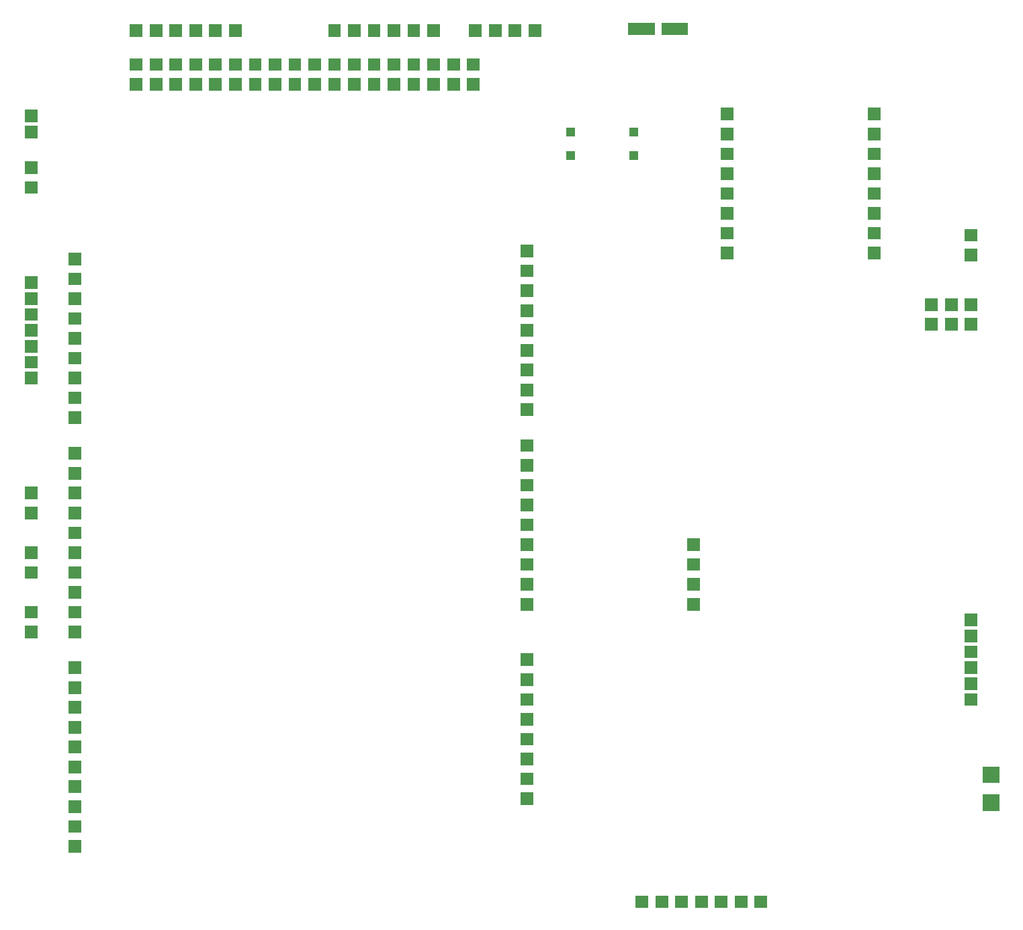
<source format=gbr>
%TF.GenerationSoftware,KiCad,Pcbnew,9.0.1*%
%TF.CreationDate,2025-06-05T21:30:58-04:00*%
%TF.ProjectId,TetrisBoard-FULL,54657472-6973-4426-9f61-72642d46554c,rev?*%
%TF.SameCoordinates,Original*%
%TF.FileFunction,Soldermask,Top*%
%TF.FilePolarity,Negative*%
%FSLAX46Y46*%
G04 Gerber Fmt 4.6, Leading zero omitted, Abs format (unit mm)*
G04 Created by KiCad (PCBNEW 9.0.1) date 2025-06-05 21:30:58*
%MOMM*%
%LPD*%
G01*
G04 APERTURE LIST*
%ADD10C,0.100000*%
G04 APERTURE END LIST*
D10*
X159000000Y-40250000D02*
X160500000Y-40250000D01*
X160500000Y-41750000D01*
X159000000Y-41750000D01*
X159000000Y-40250000D01*
G36*
X159000000Y-40250000D02*
G01*
X160500000Y-40250000D01*
X160500000Y-41750000D01*
X159000000Y-41750000D01*
X159000000Y-40250000D01*
G37*
X193500000Y-49000000D02*
X195000000Y-49000000D01*
X195000000Y-50500000D01*
X193500000Y-50500000D01*
X193500000Y-49000000D01*
G36*
X193500000Y-49000000D02*
G01*
X195000000Y-49000000D01*
X195000000Y-50500000D01*
X193500000Y-50500000D01*
X193500000Y-49000000D01*
G37*
X111250000Y-138750000D02*
X112750000Y-138750000D01*
X112750000Y-140250000D01*
X111250000Y-140250000D01*
X111250000Y-138750000D01*
G36*
X111250000Y-138750000D02*
G01*
X112750000Y-138750000D01*
X112750000Y-140250000D01*
X111250000Y-140250000D01*
X111250000Y-138750000D01*
G37*
X124000000Y-40250000D02*
X125500000Y-40250000D01*
X125500000Y-41750000D01*
X124000000Y-41750000D01*
X124000000Y-40250000D01*
G36*
X124000000Y-40250000D02*
G01*
X125500000Y-40250000D01*
X125500000Y-41750000D01*
X124000000Y-41750000D01*
X124000000Y-40250000D01*
G37*
X168250000Y-63750000D02*
X169750000Y-63750000D01*
X169750000Y-65250000D01*
X168250000Y-65250000D01*
X168250000Y-63750000D01*
G36*
X168250000Y-63750000D02*
G01*
X169750000Y-63750000D01*
X169750000Y-65250000D01*
X168250000Y-65250000D01*
X168250000Y-63750000D01*
G37*
X105750000Y-94250000D02*
X107250000Y-94250000D01*
X107250000Y-95750000D01*
X105750000Y-95750000D01*
X105750000Y-94250000D01*
G36*
X105750000Y-94250000D02*
G01*
X107250000Y-94250000D01*
X107250000Y-95750000D01*
X105750000Y-95750000D01*
X105750000Y-94250000D01*
G37*
X119000000Y-40250000D02*
X120500000Y-40250000D01*
X120500000Y-41750000D01*
X119000000Y-41750000D01*
X119000000Y-40250000D01*
G36*
X119000000Y-40250000D02*
G01*
X120500000Y-40250000D01*
X120500000Y-41750000D01*
X119000000Y-41750000D01*
X119000000Y-40250000D01*
G37*
X187750000Y-145750000D02*
X189250000Y-145750000D01*
X189250000Y-147250000D01*
X187750000Y-147250000D01*
X187750000Y-145750000D01*
G36*
X187750000Y-145750000D02*
G01*
X189250000Y-145750000D01*
X189250000Y-147250000D01*
X187750000Y-147250000D01*
X187750000Y-145750000D01*
G37*
X168250000Y-127750000D02*
X169750000Y-127750000D01*
X169750000Y-129250000D01*
X168250000Y-129250000D01*
X168250000Y-127750000D01*
G36*
X168250000Y-127750000D02*
G01*
X169750000Y-127750000D01*
X169750000Y-129250000D01*
X168250000Y-129250000D01*
X168250000Y-127750000D01*
G37*
X168250000Y-122750000D02*
X169750000Y-122750000D01*
X169750000Y-124250000D01*
X168250000Y-124250000D01*
X168250000Y-122750000D01*
G36*
X168250000Y-122750000D02*
G01*
X169750000Y-122750000D01*
X169750000Y-124250000D01*
X168250000Y-124250000D01*
X168250000Y-122750000D01*
G37*
X105750000Y-96750000D02*
X107250000Y-96750000D01*
X107250000Y-98250000D01*
X105750000Y-98250000D01*
X105750000Y-96750000D01*
G36*
X105750000Y-96750000D02*
G01*
X107250000Y-96750000D01*
X107250000Y-98250000D01*
X105750000Y-98250000D01*
X105750000Y-96750000D01*
G37*
X136500000Y-40250000D02*
X138000000Y-40250000D01*
X138000000Y-41750000D01*
X136500000Y-41750000D01*
X136500000Y-40250000D01*
G36*
X136500000Y-40250000D02*
G01*
X138000000Y-40250000D01*
X138000000Y-41750000D01*
X136500000Y-41750000D01*
X136500000Y-40250000D01*
G37*
X141500000Y-40250000D02*
X143000000Y-40250000D01*
X143000000Y-41750000D01*
X141500000Y-41750000D01*
X141500000Y-40250000D01*
G36*
X141500000Y-40250000D02*
G01*
X143000000Y-40250000D01*
X143000000Y-41750000D01*
X141500000Y-41750000D01*
X141500000Y-40250000D01*
G37*
X146500000Y-36000000D02*
X148000000Y-36000000D01*
X148000000Y-37500000D01*
X146500000Y-37500000D01*
X146500000Y-36000000D01*
G36*
X146500000Y-36000000D02*
G01*
X148000000Y-36000000D01*
X148000000Y-37500000D01*
X146500000Y-37500000D01*
X146500000Y-36000000D01*
G37*
X212000000Y-64000000D02*
X213500000Y-64000000D01*
X213500000Y-65500000D01*
X212000000Y-65500000D01*
X212000000Y-64000000D01*
G36*
X212000000Y-64000000D02*
G01*
X213500000Y-64000000D01*
X213500000Y-65500000D01*
X212000000Y-65500000D01*
X212000000Y-64000000D01*
G37*
X105750000Y-55750000D02*
X107250000Y-55750000D01*
X107250000Y-57250000D01*
X105750000Y-57250000D01*
X105750000Y-55750000D01*
G36*
X105750000Y-55750000D02*
G01*
X107250000Y-55750000D01*
X107250000Y-57250000D01*
X105750000Y-57250000D01*
X105750000Y-55750000D01*
G37*
X224250000Y-118250000D02*
X225750000Y-118250000D01*
X225750000Y-119750000D01*
X224250000Y-119750000D01*
X224250000Y-118250000D01*
G36*
X224250000Y-118250000D02*
G01*
X225750000Y-118250000D01*
X225750000Y-119750000D01*
X224250000Y-119750000D01*
X224250000Y-118250000D01*
G37*
X189250000Y-105750000D02*
X190750000Y-105750000D01*
X190750000Y-107250000D01*
X189250000Y-107250000D01*
X189250000Y-105750000D01*
G36*
X189250000Y-105750000D02*
G01*
X190750000Y-105750000D01*
X190750000Y-107250000D01*
X189250000Y-107250000D01*
X189250000Y-105750000D01*
G37*
X168250000Y-120250000D02*
X169750000Y-120250000D01*
X169750000Y-121750000D01*
X168250000Y-121750000D01*
X168250000Y-120250000D01*
G36*
X168250000Y-120250000D02*
G01*
X169750000Y-120250000D01*
X169750000Y-121750000D01*
X168250000Y-121750000D01*
X168250000Y-120250000D01*
G37*
X111250000Y-69750000D02*
X112750000Y-69750000D01*
X112750000Y-71250000D01*
X111250000Y-71250000D01*
X111250000Y-69750000D01*
G36*
X111250000Y-69750000D02*
G01*
X112750000Y-69750000D01*
X112750000Y-71250000D01*
X111250000Y-71250000D01*
X111250000Y-69750000D01*
G37*
X111250000Y-77250000D02*
X112750000Y-77250000D01*
X112750000Y-78750000D01*
X111250000Y-78750000D01*
X111250000Y-77250000D01*
G36*
X111250000Y-77250000D02*
G01*
X112750000Y-77250000D01*
X112750000Y-78750000D01*
X111250000Y-78750000D01*
X111250000Y-77250000D01*
G37*
X111250000Y-106750000D02*
X112750000Y-106750000D01*
X112750000Y-108250000D01*
X111250000Y-108250000D01*
X111250000Y-106750000D01*
G36*
X111250000Y-106750000D02*
G01*
X112750000Y-106750000D01*
X112750000Y-108250000D01*
X111250000Y-108250000D01*
X111250000Y-106750000D01*
G37*
X168250000Y-98250000D02*
X169750000Y-98250000D01*
X169750000Y-99750000D01*
X168250000Y-99750000D01*
X168250000Y-98250000D01*
G36*
X168250000Y-98250000D02*
G01*
X169750000Y-98250000D01*
X169750000Y-99750000D01*
X168250000Y-99750000D01*
X168250000Y-98250000D01*
G37*
X119000000Y-36000000D02*
X120500000Y-36000000D01*
X120500000Y-37500000D01*
X119000000Y-37500000D01*
X119000000Y-36000000D01*
G36*
X119000000Y-36000000D02*
G01*
X120500000Y-36000000D01*
X120500000Y-37500000D01*
X119000000Y-37500000D01*
X119000000Y-36000000D01*
G37*
X174000000Y-49000000D02*
X175000000Y-49000000D01*
X175000000Y-50000000D01*
X174000000Y-50000000D01*
X174000000Y-49000000D01*
G36*
X174000000Y-49000000D02*
G01*
X175000000Y-49000000D01*
X175000000Y-50000000D01*
X174000000Y-50000000D01*
X174000000Y-49000000D01*
G37*
X168250000Y-132750000D02*
X169750000Y-132750000D01*
X169750000Y-134250000D01*
X168250000Y-134250000D01*
X168250000Y-132750000D01*
G36*
X168250000Y-132750000D02*
G01*
X169750000Y-132750000D01*
X169750000Y-134250000D01*
X168250000Y-134250000D01*
X168250000Y-132750000D01*
G37*
X226500000Y-129500000D02*
X228500000Y-129500000D01*
X228500000Y-131500000D01*
X226500000Y-131500000D01*
X226500000Y-129500000D01*
G36*
X226500000Y-129500000D02*
G01*
X228500000Y-129500000D01*
X228500000Y-131500000D01*
X226500000Y-131500000D01*
X226500000Y-129500000D01*
G37*
X193500000Y-59000000D02*
X195000000Y-59000000D01*
X195000000Y-60500000D01*
X193500000Y-60500000D01*
X193500000Y-59000000D01*
G36*
X193500000Y-59000000D02*
G01*
X195000000Y-59000000D01*
X195000000Y-60500000D01*
X193500000Y-60500000D01*
X193500000Y-59000000D01*
G37*
X159000000Y-42750000D02*
X160500000Y-42750000D01*
X160500000Y-44250000D01*
X159000000Y-44250000D01*
X159000000Y-42750000D01*
G36*
X159000000Y-42750000D02*
G01*
X160500000Y-42750000D01*
X160500000Y-44250000D01*
X159000000Y-44250000D01*
X159000000Y-42750000D01*
G37*
X224250000Y-70500000D02*
X225750000Y-70500000D01*
X225750000Y-72000000D01*
X224250000Y-72000000D01*
X224250000Y-70500000D01*
G36*
X224250000Y-70500000D02*
G01*
X225750000Y-70500000D01*
X225750000Y-72000000D01*
X224250000Y-72000000D01*
X224250000Y-70500000D01*
G37*
X139000000Y-42750000D02*
X140500000Y-42750000D01*
X140500000Y-44250000D01*
X139000000Y-44250000D01*
X139000000Y-42750000D01*
G36*
X139000000Y-42750000D02*
G01*
X140500000Y-42750000D01*
X140500000Y-44250000D01*
X139000000Y-44250000D01*
X139000000Y-42750000D01*
G37*
X111250000Y-131250000D02*
X112750000Y-131250000D01*
X112750000Y-132750000D01*
X111250000Y-132750000D01*
X111250000Y-131250000D01*
G36*
X111250000Y-131250000D02*
G01*
X112750000Y-131250000D01*
X112750000Y-132750000D01*
X111250000Y-132750000D01*
X111250000Y-131250000D01*
G37*
X111250000Y-133750000D02*
X112750000Y-133750000D01*
X112750000Y-135250000D01*
X111250000Y-135250000D01*
X111250000Y-133750000D01*
G36*
X111250000Y-133750000D02*
G01*
X112750000Y-133750000D01*
X112750000Y-135250000D01*
X111250000Y-135250000D01*
X111250000Y-133750000D01*
G37*
X174000000Y-52000000D02*
X175000000Y-52000000D01*
X175000000Y-53000000D01*
X174000000Y-53000000D01*
X174000000Y-52000000D01*
G36*
X174000000Y-52000000D02*
G01*
X175000000Y-52000000D01*
X175000000Y-53000000D01*
X174000000Y-53000000D01*
X174000000Y-52000000D01*
G37*
X212000000Y-49000000D02*
X213500000Y-49000000D01*
X213500000Y-50500000D01*
X212000000Y-50500000D01*
X212000000Y-49000000D01*
G36*
X212000000Y-49000000D02*
G01*
X213500000Y-49000000D01*
X213500000Y-50500000D01*
X212000000Y-50500000D01*
X212000000Y-49000000D01*
G37*
X121500000Y-36000000D02*
X123000000Y-36000000D01*
X123000000Y-37500000D01*
X121500000Y-37500000D01*
X121500000Y-36000000D01*
G36*
X121500000Y-36000000D02*
G01*
X123000000Y-36000000D01*
X123000000Y-37500000D01*
X121500000Y-37500000D01*
X121500000Y-36000000D01*
G37*
X189250000Y-100750000D02*
X190750000Y-100750000D01*
X190750000Y-102250000D01*
X189250000Y-102250000D01*
X189250000Y-100750000D01*
G36*
X189250000Y-100750000D02*
G01*
X190750000Y-100750000D01*
X190750000Y-102250000D01*
X189250000Y-102250000D01*
X189250000Y-100750000D01*
G37*
X129000000Y-40250000D02*
X130500000Y-40250000D01*
X130500000Y-41750000D01*
X129000000Y-41750000D01*
X129000000Y-40250000D01*
G36*
X129000000Y-40250000D02*
G01*
X130500000Y-40250000D01*
X130500000Y-41750000D01*
X129000000Y-41750000D01*
X129000000Y-40250000D01*
G37*
X126500000Y-40250000D02*
X128000000Y-40250000D01*
X128000000Y-41750000D01*
X126500000Y-41750000D01*
X126500000Y-40250000D01*
G36*
X126500000Y-40250000D02*
G01*
X128000000Y-40250000D01*
X128000000Y-41750000D01*
X126500000Y-41750000D01*
X126500000Y-40250000D01*
G37*
X190250000Y-145750000D02*
X191750000Y-145750000D01*
X191750000Y-147250000D01*
X190250000Y-147250000D01*
X190250000Y-145750000D01*
G36*
X190250000Y-145750000D02*
G01*
X191750000Y-145750000D01*
X191750000Y-147250000D01*
X190250000Y-147250000D01*
X190250000Y-145750000D01*
G37*
X156500000Y-42750000D02*
X158000000Y-42750000D01*
X158000000Y-44250000D01*
X156500000Y-44250000D01*
X156500000Y-42750000D01*
G36*
X156500000Y-42750000D02*
G01*
X158000000Y-42750000D01*
X158000000Y-44250000D01*
X156500000Y-44250000D01*
X156500000Y-42750000D01*
G37*
X151500000Y-42750000D02*
X153000000Y-42750000D01*
X153000000Y-44250000D01*
X151500000Y-44250000D01*
X151500000Y-42750000D01*
G36*
X151500000Y-42750000D02*
G01*
X153000000Y-42750000D01*
X153000000Y-44250000D01*
X151500000Y-44250000D01*
X151500000Y-42750000D01*
G37*
X212000000Y-51500000D02*
X213500000Y-51500000D01*
X213500000Y-53000000D01*
X212000000Y-53000000D01*
X212000000Y-51500000D01*
G36*
X212000000Y-51500000D02*
G01*
X213500000Y-51500000D01*
X213500000Y-53000000D01*
X212000000Y-53000000D01*
X212000000Y-51500000D01*
G37*
X151500000Y-40250000D02*
X153000000Y-40250000D01*
X153000000Y-41750000D01*
X151500000Y-41750000D01*
X151500000Y-40250000D01*
G36*
X151500000Y-40250000D02*
G01*
X153000000Y-40250000D01*
X153000000Y-41750000D01*
X151500000Y-41750000D01*
X151500000Y-40250000D01*
G37*
X168250000Y-88250000D02*
X169750000Y-88250000D01*
X169750000Y-89750000D01*
X168250000Y-89750000D01*
X168250000Y-88250000D01*
G36*
X168250000Y-88250000D02*
G01*
X169750000Y-88250000D01*
X169750000Y-89750000D01*
X168250000Y-89750000D01*
X168250000Y-88250000D01*
G37*
X224250000Y-120250000D02*
X225750000Y-120250000D01*
X225750000Y-121750000D01*
X224250000Y-121750000D01*
X224250000Y-120250000D01*
G36*
X224250000Y-120250000D02*
G01*
X225750000Y-120250000D01*
X225750000Y-121750000D01*
X224250000Y-121750000D01*
X224250000Y-120250000D01*
G37*
X193500000Y-51500000D02*
X195000000Y-51500000D01*
X195000000Y-53000000D01*
X193500000Y-53000000D01*
X193500000Y-51500000D01*
G36*
X193500000Y-51500000D02*
G01*
X195000000Y-51500000D01*
X195000000Y-53000000D01*
X193500000Y-53000000D01*
X193500000Y-51500000D01*
G37*
X168250000Y-73750000D02*
X169750000Y-73750000D01*
X169750000Y-75250000D01*
X168250000Y-75250000D01*
X168250000Y-73750000D01*
G36*
X168250000Y-73750000D02*
G01*
X169750000Y-73750000D01*
X169750000Y-75250000D01*
X168250000Y-75250000D01*
X168250000Y-73750000D01*
G37*
X193500000Y-46500000D02*
X195000000Y-46500000D01*
X195000000Y-48000000D01*
X193500000Y-48000000D01*
X193500000Y-46500000D01*
G36*
X193500000Y-46500000D02*
G01*
X195000000Y-46500000D01*
X195000000Y-48000000D01*
X193500000Y-48000000D01*
X193500000Y-46500000D01*
G37*
X105750000Y-69750000D02*
X107250000Y-69750000D01*
X107250000Y-71250000D01*
X105750000Y-71250000D01*
X105750000Y-69750000D01*
G36*
X105750000Y-69750000D02*
G01*
X107250000Y-69750000D01*
X107250000Y-71250000D01*
X105750000Y-71250000D01*
X105750000Y-69750000D01*
G37*
X105750000Y-73750000D02*
X107250000Y-73750000D01*
X107250000Y-75250000D01*
X105750000Y-75250000D01*
X105750000Y-73750000D01*
G36*
X105750000Y-73750000D02*
G01*
X107250000Y-73750000D01*
X107250000Y-75250000D01*
X105750000Y-75250000D01*
X105750000Y-73750000D01*
G37*
X224250000Y-116250000D02*
X225750000Y-116250000D01*
X225750000Y-117750000D01*
X224250000Y-117750000D01*
X224250000Y-116250000D01*
G36*
X224250000Y-116250000D02*
G01*
X225750000Y-116250000D01*
X225750000Y-117750000D01*
X224250000Y-117750000D01*
X224250000Y-116250000D01*
G37*
X105750000Y-104250000D02*
X107250000Y-104250000D01*
X107250000Y-105750000D01*
X105750000Y-105750000D01*
X105750000Y-104250000D01*
G36*
X105750000Y-104250000D02*
G01*
X107250000Y-104250000D01*
X107250000Y-105750000D01*
X105750000Y-105750000D01*
X105750000Y-104250000D01*
G37*
X105750000Y-111750000D02*
X107250000Y-111750000D01*
X107250000Y-113250000D01*
X105750000Y-113250000D01*
X105750000Y-111750000D01*
G36*
X105750000Y-111750000D02*
G01*
X107250000Y-111750000D01*
X107250000Y-113250000D01*
X105750000Y-113250000D01*
X105750000Y-111750000D01*
G37*
X121500000Y-42750000D02*
X123000000Y-42750000D01*
X123000000Y-44250000D01*
X121500000Y-44250000D01*
X121500000Y-42750000D01*
G36*
X121500000Y-42750000D02*
G01*
X123000000Y-42750000D01*
X123000000Y-44250000D01*
X121500000Y-44250000D01*
X121500000Y-42750000D01*
G37*
X182000000Y-49000000D02*
X183000000Y-49000000D01*
X183000000Y-50000000D01*
X182000000Y-50000000D01*
X182000000Y-49000000D01*
G36*
X182000000Y-49000000D02*
G01*
X183000000Y-49000000D01*
X183000000Y-50000000D01*
X182000000Y-50000000D01*
X182000000Y-49000000D01*
G37*
X224250000Y-61750000D02*
X225750000Y-61750000D01*
X225750000Y-63250000D01*
X224250000Y-63250000D01*
X224250000Y-61750000D01*
G36*
X224250000Y-61750000D02*
G01*
X225750000Y-61750000D01*
X225750000Y-63250000D01*
X224250000Y-63250000D01*
X224250000Y-61750000D01*
G37*
X111250000Y-123750000D02*
X112750000Y-123750000D01*
X112750000Y-125250000D01*
X111250000Y-125250000D01*
X111250000Y-123750000D01*
G36*
X111250000Y-123750000D02*
G01*
X112750000Y-123750000D01*
X112750000Y-125250000D01*
X111250000Y-125250000D01*
X111250000Y-123750000D01*
G37*
X164250000Y-36000000D02*
X165750000Y-36000000D01*
X165750000Y-37500000D01*
X164250000Y-37500000D01*
X164250000Y-36000000D01*
G36*
X164250000Y-36000000D02*
G01*
X165750000Y-36000000D01*
X165750000Y-37500000D01*
X164250000Y-37500000D01*
X164250000Y-36000000D01*
G37*
X212000000Y-59000000D02*
X213500000Y-59000000D01*
X213500000Y-60500000D01*
X212000000Y-60500000D01*
X212000000Y-59000000D01*
G36*
X212000000Y-59000000D02*
G01*
X213500000Y-59000000D01*
X213500000Y-60500000D01*
X212000000Y-60500000D01*
X212000000Y-59000000D01*
G37*
X168250000Y-130250000D02*
X169750000Y-130250000D01*
X169750000Y-131750000D01*
X168250000Y-131750000D01*
X168250000Y-130250000D01*
G36*
X168250000Y-130250000D02*
G01*
X169750000Y-130250000D01*
X169750000Y-131750000D01*
X168250000Y-131750000D01*
X168250000Y-130250000D01*
G37*
X144000000Y-36000000D02*
X145500000Y-36000000D01*
X145500000Y-37500000D01*
X144000000Y-37500000D01*
X144000000Y-36000000D01*
G36*
X144000000Y-36000000D02*
G01*
X145500000Y-36000000D01*
X145500000Y-37500000D01*
X144000000Y-37500000D01*
X144000000Y-36000000D01*
G37*
X168250000Y-125250000D02*
X169750000Y-125250000D01*
X169750000Y-126750000D01*
X168250000Y-126750000D01*
X168250000Y-125250000D01*
G36*
X168250000Y-125250000D02*
G01*
X169750000Y-125250000D01*
X169750000Y-126750000D01*
X168250000Y-126750000D01*
X168250000Y-125250000D01*
G37*
X111250000Y-74750000D02*
X112750000Y-74750000D01*
X112750000Y-76250000D01*
X111250000Y-76250000D01*
X111250000Y-74750000D01*
G36*
X111250000Y-74750000D02*
G01*
X112750000Y-74750000D01*
X112750000Y-76250000D01*
X111250000Y-76250000D01*
X111250000Y-74750000D01*
G37*
X185250000Y-145750000D02*
X186750000Y-145750000D01*
X186750000Y-147250000D01*
X185250000Y-147250000D01*
X185250000Y-145750000D01*
G36*
X185250000Y-145750000D02*
G01*
X186750000Y-145750000D01*
X186750000Y-147250000D01*
X185250000Y-147250000D01*
X185250000Y-145750000D01*
G37*
X221750000Y-70500000D02*
X223250000Y-70500000D01*
X223250000Y-72000000D01*
X221750000Y-72000000D01*
X221750000Y-70500000D01*
G36*
X221750000Y-70500000D02*
G01*
X223250000Y-70500000D01*
X223250000Y-72000000D01*
X221750000Y-72000000D01*
X221750000Y-70500000D01*
G37*
X212000000Y-61500000D02*
X213500000Y-61500000D01*
X213500000Y-63000000D01*
X212000000Y-63000000D01*
X212000000Y-61500000D01*
G36*
X212000000Y-61500000D02*
G01*
X213500000Y-61500000D01*
X213500000Y-63000000D01*
X212000000Y-63000000D01*
X212000000Y-61500000D01*
G37*
X105750000Y-101750000D02*
X107250000Y-101750000D01*
X107250000Y-103250000D01*
X105750000Y-103250000D01*
X105750000Y-101750000D01*
G36*
X105750000Y-101750000D02*
G01*
X107250000Y-101750000D01*
X107250000Y-103250000D01*
X105750000Y-103250000D01*
X105750000Y-101750000D01*
G37*
X126500000Y-42750000D02*
X128000000Y-42750000D01*
X128000000Y-44250000D01*
X126500000Y-44250000D01*
X126500000Y-42750000D01*
G36*
X126500000Y-42750000D02*
G01*
X128000000Y-42750000D01*
X128000000Y-44250000D01*
X126500000Y-44250000D01*
X126500000Y-42750000D01*
G37*
X146500000Y-42750000D02*
X148000000Y-42750000D01*
X148000000Y-44250000D01*
X146500000Y-44250000D01*
X146500000Y-42750000D01*
G36*
X146500000Y-42750000D02*
G01*
X148000000Y-42750000D01*
X148000000Y-44250000D01*
X146500000Y-44250000D01*
X146500000Y-42750000D01*
G37*
X131500000Y-40250000D02*
X133000000Y-40250000D01*
X133000000Y-41750000D01*
X131500000Y-41750000D01*
X131500000Y-40250000D01*
G36*
X131500000Y-40250000D02*
G01*
X133000000Y-40250000D01*
X133000000Y-41750000D01*
X131500000Y-41750000D01*
X131500000Y-40250000D01*
G37*
X168250000Y-117750000D02*
X169750000Y-117750000D01*
X169750000Y-119250000D01*
X168250000Y-119250000D01*
X168250000Y-117750000D01*
G36*
X168250000Y-117750000D02*
G01*
X169750000Y-117750000D01*
X169750000Y-119250000D01*
X168250000Y-119250000D01*
X168250000Y-117750000D01*
G37*
X149000000Y-36000000D02*
X150500000Y-36000000D01*
X150500000Y-37500000D01*
X149000000Y-37500000D01*
X149000000Y-36000000D01*
G36*
X149000000Y-36000000D02*
G01*
X150500000Y-36000000D01*
X150500000Y-37500000D01*
X149000000Y-37500000D01*
X149000000Y-36000000D01*
G37*
X105750000Y-46750000D02*
X107250000Y-46750000D01*
X107250000Y-48250000D01*
X105750000Y-48250000D01*
X105750000Y-46750000D01*
G36*
X105750000Y-46750000D02*
G01*
X107250000Y-46750000D01*
X107250000Y-48250000D01*
X105750000Y-48250000D01*
X105750000Y-46750000D01*
G37*
X129000000Y-42750000D02*
X130500000Y-42750000D01*
X130500000Y-44250000D01*
X129000000Y-44250000D01*
X129000000Y-42750000D01*
G36*
X129000000Y-42750000D02*
G01*
X130500000Y-42750000D01*
X130500000Y-44250000D01*
X129000000Y-44250000D01*
X129000000Y-42750000D01*
G37*
X192750000Y-145750000D02*
X194250000Y-145750000D01*
X194250000Y-147250000D01*
X192750000Y-147250000D01*
X192750000Y-145750000D01*
G36*
X192750000Y-145750000D02*
G01*
X194250000Y-145750000D01*
X194250000Y-147250000D01*
X192750000Y-147250000D01*
X192750000Y-145750000D01*
G37*
X168250000Y-105750000D02*
X169750000Y-105750000D01*
X169750000Y-107250000D01*
X168250000Y-107250000D01*
X168250000Y-105750000D01*
G36*
X168250000Y-105750000D02*
G01*
X169750000Y-105750000D01*
X169750000Y-107250000D01*
X168250000Y-107250000D01*
X168250000Y-105750000D01*
G37*
X226500000Y-133000000D02*
X228500000Y-133000000D01*
X228500000Y-135000000D01*
X226500000Y-135000000D01*
X226500000Y-133000000D01*
G36*
X226500000Y-133000000D02*
G01*
X228500000Y-133000000D01*
X228500000Y-135000000D01*
X226500000Y-135000000D01*
X226500000Y-133000000D01*
G37*
X111250000Y-121250000D02*
X112750000Y-121250000D01*
X112750000Y-122750000D01*
X111250000Y-122750000D01*
X111250000Y-121250000D01*
G36*
X111250000Y-121250000D02*
G01*
X112750000Y-121250000D01*
X112750000Y-122750000D01*
X111250000Y-122750000D01*
X111250000Y-121250000D01*
G37*
X134000000Y-40250000D02*
X135500000Y-40250000D01*
X135500000Y-41750000D01*
X134000000Y-41750000D01*
X134000000Y-40250000D01*
G36*
X134000000Y-40250000D02*
G01*
X135500000Y-40250000D01*
X135500000Y-41750000D01*
X134000000Y-41750000D01*
X134000000Y-40250000D01*
G37*
X224250000Y-110250000D02*
X225750000Y-110250000D01*
X225750000Y-111750000D01*
X224250000Y-111750000D01*
X224250000Y-110250000D01*
G36*
X224250000Y-110250000D02*
G01*
X225750000Y-110250000D01*
X225750000Y-111750000D01*
X224250000Y-111750000D01*
X224250000Y-110250000D01*
G37*
X168250000Y-115250000D02*
X169750000Y-115250000D01*
X169750000Y-116750000D01*
X168250000Y-116750000D01*
X168250000Y-115250000D01*
G36*
X168250000Y-115250000D02*
G01*
X169750000Y-115250000D01*
X169750000Y-116750000D01*
X168250000Y-116750000D01*
X168250000Y-115250000D01*
G37*
X111250000Y-126250000D02*
X112750000Y-126250000D01*
X112750000Y-127750000D01*
X111250000Y-127750000D01*
X111250000Y-126250000D01*
G36*
X111250000Y-126250000D02*
G01*
X112750000Y-126250000D01*
X112750000Y-127750000D01*
X111250000Y-127750000D01*
X111250000Y-126250000D01*
G37*
X105750000Y-48750000D02*
X107250000Y-48750000D01*
X107250000Y-50250000D01*
X105750000Y-50250000D01*
X105750000Y-48750000D01*
G36*
X105750000Y-48750000D02*
G01*
X107250000Y-48750000D01*
X107250000Y-50250000D01*
X105750000Y-50250000D01*
X105750000Y-48750000D01*
G37*
X149000000Y-42750000D02*
X150500000Y-42750000D01*
X150500000Y-44250000D01*
X149000000Y-44250000D01*
X149000000Y-42750000D01*
G36*
X149000000Y-42750000D02*
G01*
X150500000Y-42750000D01*
X150500000Y-44250000D01*
X149000000Y-44250000D01*
X149000000Y-42750000D01*
G37*
X111250000Y-72250000D02*
X112750000Y-72250000D01*
X112750000Y-73750000D01*
X111250000Y-73750000D01*
X111250000Y-72250000D01*
G36*
X111250000Y-72250000D02*
G01*
X112750000Y-72250000D01*
X112750000Y-73750000D01*
X111250000Y-73750000D01*
X111250000Y-72250000D01*
G37*
X105750000Y-77750000D02*
X107250000Y-77750000D01*
X107250000Y-79250000D01*
X105750000Y-79250000D01*
X105750000Y-77750000D01*
G36*
X105750000Y-77750000D02*
G01*
X107250000Y-77750000D01*
X107250000Y-79250000D01*
X105750000Y-79250000D01*
X105750000Y-77750000D01*
G37*
X111250000Y-118750000D02*
X112750000Y-118750000D01*
X112750000Y-120250000D01*
X111250000Y-120250000D01*
X111250000Y-118750000D01*
G36*
X111250000Y-118750000D02*
G01*
X112750000Y-118750000D01*
X112750000Y-120250000D01*
X111250000Y-120250000D01*
X111250000Y-118750000D01*
G37*
X219250000Y-70500000D02*
X220750000Y-70500000D01*
X220750000Y-72000000D01*
X219250000Y-72000000D01*
X219250000Y-70500000D01*
G36*
X219250000Y-70500000D02*
G01*
X220750000Y-70500000D01*
X220750000Y-72000000D01*
X219250000Y-72000000D01*
X219250000Y-70500000D01*
G37*
X166750000Y-36000000D02*
X168250000Y-36000000D01*
X168250000Y-37500000D01*
X166750000Y-37500000D01*
X166750000Y-36000000D01*
G36*
X166750000Y-36000000D02*
G01*
X168250000Y-36000000D01*
X168250000Y-37500000D01*
X166750000Y-37500000D01*
X166750000Y-36000000D01*
G37*
X111250000Y-136250000D02*
X112750000Y-136250000D01*
X112750000Y-137750000D01*
X111250000Y-137750000D01*
X111250000Y-136250000D01*
G36*
X111250000Y-136250000D02*
G01*
X112750000Y-136250000D01*
X112750000Y-137750000D01*
X111250000Y-137750000D01*
X111250000Y-136250000D01*
G37*
X156500000Y-40250000D02*
X158000000Y-40250000D01*
X158000000Y-41750000D01*
X156500000Y-41750000D01*
X156500000Y-40250000D01*
G36*
X156500000Y-40250000D02*
G01*
X158000000Y-40250000D01*
X158000000Y-41750000D01*
X156500000Y-41750000D01*
X156500000Y-40250000D01*
G37*
X224250000Y-73000000D02*
X225750000Y-73000000D01*
X225750000Y-74500000D01*
X224250000Y-74500000D01*
X224250000Y-73000000D01*
G36*
X224250000Y-73000000D02*
G01*
X225750000Y-73000000D01*
X225750000Y-74500000D01*
X224250000Y-74500000D01*
X224250000Y-73000000D01*
G37*
X224250000Y-64250000D02*
X225750000Y-64250000D01*
X225750000Y-65750000D01*
X224250000Y-65750000D01*
X224250000Y-64250000D01*
G36*
X224250000Y-64250000D02*
G01*
X225750000Y-64250000D01*
X225750000Y-65750000D01*
X224250000Y-65750000D01*
X224250000Y-64250000D01*
G37*
X111250000Y-67250000D02*
X112750000Y-67250000D01*
X112750000Y-68750000D01*
X111250000Y-68750000D01*
X111250000Y-67250000D01*
G36*
X111250000Y-67250000D02*
G01*
X112750000Y-67250000D01*
X112750000Y-68750000D01*
X111250000Y-68750000D01*
X111250000Y-67250000D01*
G37*
X193500000Y-56500000D02*
X195000000Y-56500000D01*
X195000000Y-58000000D01*
X193500000Y-58000000D01*
X193500000Y-56500000D01*
G36*
X193500000Y-56500000D02*
G01*
X195000000Y-56500000D01*
X195000000Y-58000000D01*
X193500000Y-58000000D01*
X193500000Y-56500000D01*
G37*
X193500000Y-64000000D02*
X195000000Y-64000000D01*
X195000000Y-65500000D01*
X193500000Y-65500000D01*
X193500000Y-64000000D01*
G36*
X193500000Y-64000000D02*
G01*
X195000000Y-64000000D01*
X195000000Y-65500000D01*
X193500000Y-65500000D01*
X193500000Y-64000000D01*
G37*
X212000000Y-54000000D02*
X213500000Y-54000000D01*
X213500000Y-55500000D01*
X212000000Y-55500000D01*
X212000000Y-54000000D01*
G36*
X212000000Y-54000000D02*
G01*
X213500000Y-54000000D01*
X213500000Y-55500000D01*
X212000000Y-55500000D01*
X212000000Y-54000000D01*
G37*
X219250000Y-73000000D02*
X220750000Y-73000000D01*
X220750000Y-74500000D01*
X219250000Y-74500000D01*
X219250000Y-73000000D01*
G36*
X219250000Y-73000000D02*
G01*
X220750000Y-73000000D01*
X220750000Y-74500000D01*
X219250000Y-74500000D01*
X219250000Y-73000000D01*
G37*
X168250000Y-90750000D02*
X169750000Y-90750000D01*
X169750000Y-92250000D01*
X168250000Y-92250000D01*
X168250000Y-90750000D01*
G36*
X168250000Y-90750000D02*
G01*
X169750000Y-90750000D01*
X169750000Y-92250000D01*
X168250000Y-92250000D01*
X168250000Y-90750000D01*
G37*
X119000000Y-42750000D02*
X120500000Y-42750000D01*
X120500000Y-44250000D01*
X119000000Y-44250000D01*
X119000000Y-42750000D01*
G36*
X119000000Y-42750000D02*
G01*
X120500000Y-42750000D01*
X120500000Y-44250000D01*
X119000000Y-44250000D01*
X119000000Y-42750000D01*
G37*
X168250000Y-93250000D02*
X169750000Y-93250000D01*
X169750000Y-94750000D01*
X168250000Y-94750000D01*
X168250000Y-93250000D01*
G36*
X168250000Y-93250000D02*
G01*
X169750000Y-93250000D01*
X169750000Y-94750000D01*
X168250000Y-94750000D01*
X168250000Y-93250000D01*
G37*
X169250000Y-36000000D02*
X170750000Y-36000000D01*
X170750000Y-37500000D01*
X169250000Y-37500000D01*
X169250000Y-36000000D01*
G36*
X169250000Y-36000000D02*
G01*
X170750000Y-36000000D01*
X170750000Y-37500000D01*
X169250000Y-37500000D01*
X169250000Y-36000000D01*
G37*
X141500000Y-42750000D02*
X143000000Y-42750000D01*
X143000000Y-44250000D01*
X141500000Y-44250000D01*
X141500000Y-42750000D01*
G36*
X141500000Y-42750000D02*
G01*
X143000000Y-42750000D01*
X143000000Y-44250000D01*
X141500000Y-44250000D01*
X141500000Y-42750000D01*
G37*
X136500000Y-42750000D02*
X138000000Y-42750000D01*
X138000000Y-44250000D01*
X136500000Y-44250000D01*
X136500000Y-42750000D01*
G36*
X136500000Y-42750000D02*
G01*
X138000000Y-42750000D01*
X138000000Y-44250000D01*
X136500000Y-44250000D01*
X136500000Y-42750000D01*
G37*
X189250000Y-103237685D02*
X190750000Y-103237685D01*
X190750000Y-104737685D01*
X189250000Y-104737685D01*
X189250000Y-103237685D01*
G36*
X189250000Y-103237685D02*
G01*
X190750000Y-103237685D01*
X190750000Y-104737685D01*
X189250000Y-104737685D01*
X189250000Y-103237685D01*
G37*
X149000000Y-40250000D02*
X150500000Y-40250000D01*
X150500000Y-41750000D01*
X149000000Y-41750000D01*
X149000000Y-40250000D01*
G36*
X149000000Y-40250000D02*
G01*
X150500000Y-40250000D01*
X150500000Y-41750000D01*
X149000000Y-41750000D01*
X149000000Y-40250000D01*
G37*
X111250000Y-82250000D02*
X112750000Y-82250000D01*
X112750000Y-83750000D01*
X111250000Y-83750000D01*
X111250000Y-82250000D01*
G36*
X111250000Y-82250000D02*
G01*
X112750000Y-82250000D01*
X112750000Y-83750000D01*
X111250000Y-83750000D01*
X111250000Y-82250000D01*
G37*
X111250000Y-79750000D02*
X112750000Y-79750000D01*
X112750000Y-81250000D01*
X111250000Y-81250000D01*
X111250000Y-79750000D01*
G36*
X111250000Y-79750000D02*
G01*
X112750000Y-79750000D01*
X112750000Y-81250000D01*
X111250000Y-81250000D01*
X111250000Y-79750000D01*
G37*
X129000000Y-36000000D02*
X130500000Y-36000000D01*
X130500000Y-37500000D01*
X129000000Y-37500000D01*
X129000000Y-36000000D01*
G36*
X129000000Y-36000000D02*
G01*
X130500000Y-36000000D01*
X130500000Y-37500000D01*
X129000000Y-37500000D01*
X129000000Y-36000000D01*
G37*
X168250000Y-81250000D02*
X169750000Y-81250000D01*
X169750000Y-82750000D01*
X168250000Y-82750000D01*
X168250000Y-81250000D01*
G36*
X168250000Y-81250000D02*
G01*
X169750000Y-81250000D01*
X169750000Y-82750000D01*
X168250000Y-82750000D01*
X168250000Y-81250000D01*
G37*
X154000000Y-36000000D02*
X155500000Y-36000000D01*
X155500000Y-37500000D01*
X154000000Y-37500000D01*
X154000000Y-36000000D01*
G36*
X154000000Y-36000000D02*
G01*
X155500000Y-36000000D01*
X155500000Y-37500000D01*
X154000000Y-37500000D01*
X154000000Y-36000000D01*
G37*
X161500000Y-42750000D02*
X163000000Y-42750000D01*
X163000000Y-44250000D01*
X161500000Y-44250000D01*
X161500000Y-42750000D01*
G36*
X161500000Y-42750000D02*
G01*
X163000000Y-42750000D01*
X163000000Y-44250000D01*
X161500000Y-44250000D01*
X161500000Y-42750000D01*
G37*
X111250000Y-84750000D02*
X112750000Y-84750000D01*
X112750000Y-86250000D01*
X111250000Y-86250000D01*
X111250000Y-84750000D01*
G36*
X111250000Y-84750000D02*
G01*
X112750000Y-84750000D01*
X112750000Y-86250000D01*
X111250000Y-86250000D01*
X111250000Y-84750000D01*
G37*
X154000000Y-40250000D02*
X155500000Y-40250000D01*
X155500000Y-41750000D01*
X154000000Y-41750000D01*
X154000000Y-40250000D01*
G36*
X154000000Y-40250000D02*
G01*
X155500000Y-40250000D01*
X155500000Y-41750000D01*
X154000000Y-41750000D01*
X154000000Y-40250000D01*
G37*
X111250000Y-94250000D02*
X112750000Y-94250000D01*
X112750000Y-95750000D01*
X111250000Y-95750000D01*
X111250000Y-94250000D01*
G36*
X111250000Y-94250000D02*
G01*
X112750000Y-94250000D01*
X112750000Y-95750000D01*
X111250000Y-95750000D01*
X111250000Y-94250000D01*
G37*
X156500000Y-36000000D02*
X158000000Y-36000000D01*
X158000000Y-37500000D01*
X156500000Y-37500000D01*
X156500000Y-36000000D01*
G36*
X156500000Y-36000000D02*
G01*
X158000000Y-36000000D01*
X158000000Y-37500000D01*
X156500000Y-37500000D01*
X156500000Y-36000000D01*
G37*
X168250000Y-108250000D02*
X169750000Y-108250000D01*
X169750000Y-109750000D01*
X168250000Y-109750000D01*
X168250000Y-108250000D01*
G36*
X168250000Y-108250000D02*
G01*
X169750000Y-108250000D01*
X169750000Y-109750000D01*
X168250000Y-109750000D01*
X168250000Y-108250000D01*
G37*
X186000000Y-35750000D02*
X189265039Y-35750000D01*
X189265039Y-37250000D01*
X186000000Y-37250000D01*
X186000000Y-35750000D01*
G36*
X186000000Y-35750000D02*
G01*
X189265039Y-35750000D01*
X189265039Y-37250000D01*
X186000000Y-37250000D01*
X186000000Y-35750000D01*
G37*
X111250000Y-99250000D02*
X112750000Y-99250000D01*
X112750000Y-100750000D01*
X111250000Y-100750000D01*
X111250000Y-99250000D01*
G36*
X111250000Y-99250000D02*
G01*
X112750000Y-99250000D01*
X112750000Y-100750000D01*
X111250000Y-100750000D01*
X111250000Y-99250000D01*
G37*
X105750000Y-67750000D02*
X107250000Y-67750000D01*
X107250000Y-69250000D01*
X105750000Y-69250000D01*
X105750000Y-67750000D01*
G36*
X105750000Y-67750000D02*
G01*
X107250000Y-67750000D01*
X107250000Y-69250000D01*
X105750000Y-69250000D01*
X105750000Y-67750000D01*
G37*
X134000000Y-42750000D02*
X135500000Y-42750000D01*
X135500000Y-44250000D01*
X134000000Y-44250000D01*
X134000000Y-42750000D01*
G36*
X134000000Y-42750000D02*
G01*
X135500000Y-42750000D01*
X135500000Y-44250000D01*
X134000000Y-44250000D01*
X134000000Y-42750000D01*
G37*
X168250000Y-103250000D02*
X169750000Y-103250000D01*
X169750000Y-104750000D01*
X168250000Y-104750000D01*
X168250000Y-103250000D01*
G36*
X168250000Y-103250000D02*
G01*
X169750000Y-103250000D01*
X169750000Y-104750000D01*
X168250000Y-104750000D01*
X168250000Y-103250000D01*
G37*
X144000000Y-40250000D02*
X145500000Y-40250000D01*
X145500000Y-41750000D01*
X144000000Y-41750000D01*
X144000000Y-40250000D01*
G36*
X144000000Y-40250000D02*
G01*
X145500000Y-40250000D01*
X145500000Y-41750000D01*
X144000000Y-41750000D01*
X144000000Y-40250000D01*
G37*
X161500000Y-40250000D02*
X163000000Y-40250000D01*
X163000000Y-41750000D01*
X161500000Y-41750000D01*
X161500000Y-40250000D01*
G36*
X161500000Y-40250000D02*
G01*
X163000000Y-40250000D01*
X163000000Y-41750000D01*
X161500000Y-41750000D01*
X161500000Y-40250000D01*
G37*
X151500000Y-36000000D02*
X153000000Y-36000000D01*
X153000000Y-37500000D01*
X151500000Y-37500000D01*
X151500000Y-36000000D01*
G36*
X151500000Y-36000000D02*
G01*
X153000000Y-36000000D01*
X153000000Y-37500000D01*
X151500000Y-37500000D01*
X151500000Y-36000000D01*
G37*
X111250000Y-116250000D02*
X112750000Y-116250000D01*
X112750000Y-117750000D01*
X111250000Y-117750000D01*
X111250000Y-116250000D01*
G36*
X111250000Y-116250000D02*
G01*
X112750000Y-116250000D01*
X112750000Y-117750000D01*
X111250000Y-117750000D01*
X111250000Y-116250000D01*
G37*
X195250000Y-145750000D02*
X196750000Y-145750000D01*
X196750000Y-147250000D01*
X195250000Y-147250000D01*
X195250000Y-145750000D01*
G36*
X195250000Y-145750000D02*
G01*
X196750000Y-145750000D01*
X196750000Y-147250000D01*
X195250000Y-147250000D01*
X195250000Y-145750000D01*
G37*
X168250000Y-83750000D02*
X169750000Y-83750000D01*
X169750000Y-85250000D01*
X168250000Y-85250000D01*
X168250000Y-83750000D01*
G36*
X168250000Y-83750000D02*
G01*
X169750000Y-83750000D01*
X169750000Y-85250000D01*
X168250000Y-85250000D01*
X168250000Y-83750000D01*
G37*
X168250000Y-68750000D02*
X169750000Y-68750000D01*
X169750000Y-70250000D01*
X168250000Y-70250000D01*
X168250000Y-68750000D01*
G36*
X168250000Y-68750000D02*
G01*
X169750000Y-68750000D01*
X169750000Y-70250000D01*
X168250000Y-70250000D01*
X168250000Y-68750000D01*
G37*
X111250000Y-96750000D02*
X112750000Y-96750000D01*
X112750000Y-98250000D01*
X111250000Y-98250000D01*
X111250000Y-96750000D01*
G36*
X111250000Y-96750000D02*
G01*
X112750000Y-96750000D01*
X112750000Y-98250000D01*
X111250000Y-98250000D01*
X111250000Y-96750000D01*
G37*
X146500000Y-40250000D02*
X148000000Y-40250000D01*
X148000000Y-41750000D01*
X146500000Y-41750000D01*
X146500000Y-40250000D01*
G36*
X146500000Y-40250000D02*
G01*
X148000000Y-40250000D01*
X148000000Y-41750000D01*
X146500000Y-41750000D01*
X146500000Y-40250000D01*
G37*
X111250000Y-111750000D02*
X112750000Y-111750000D01*
X112750000Y-113250000D01*
X111250000Y-113250000D01*
X111250000Y-111750000D01*
G36*
X111250000Y-111750000D02*
G01*
X112750000Y-111750000D01*
X112750000Y-113250000D01*
X111250000Y-113250000D01*
X111250000Y-111750000D01*
G37*
X182000000Y-52000000D02*
X183000000Y-52000000D01*
X183000000Y-53000000D01*
X182000000Y-53000000D01*
X182000000Y-52000000D01*
G36*
X182000000Y-52000000D02*
G01*
X183000000Y-52000000D01*
X183000000Y-53000000D01*
X182000000Y-53000000D01*
X182000000Y-52000000D01*
G37*
X124000000Y-42750000D02*
X125500000Y-42750000D01*
X125500000Y-44250000D01*
X124000000Y-44250000D01*
X124000000Y-42750000D01*
G36*
X124000000Y-42750000D02*
G01*
X125500000Y-42750000D01*
X125500000Y-44250000D01*
X124000000Y-44250000D01*
X124000000Y-42750000D01*
G37*
X168250000Y-100750000D02*
X169750000Y-100750000D01*
X169750000Y-102250000D01*
X168250000Y-102250000D01*
X168250000Y-100750000D01*
G36*
X168250000Y-100750000D02*
G01*
X169750000Y-100750000D01*
X169750000Y-102250000D01*
X168250000Y-102250000D01*
X168250000Y-100750000D01*
G37*
X139000000Y-40250000D02*
X140500000Y-40250000D01*
X140500000Y-41750000D01*
X139000000Y-41750000D01*
X139000000Y-40250000D01*
G36*
X139000000Y-40250000D02*
G01*
X140500000Y-40250000D01*
X140500000Y-41750000D01*
X139000000Y-41750000D01*
X139000000Y-40250000D01*
G37*
X105750000Y-79750000D02*
X107250000Y-79750000D01*
X107250000Y-81250000D01*
X105750000Y-81250000D01*
X105750000Y-79750000D01*
G36*
X105750000Y-79750000D02*
G01*
X107250000Y-79750000D01*
X107250000Y-81250000D01*
X105750000Y-81250000D01*
X105750000Y-79750000D01*
G37*
X161750000Y-36000000D02*
X163250000Y-36000000D01*
X163250000Y-37500000D01*
X161750000Y-37500000D01*
X161750000Y-36000000D01*
G36*
X161750000Y-36000000D02*
G01*
X163250000Y-36000000D01*
X163250000Y-37500000D01*
X161750000Y-37500000D01*
X161750000Y-36000000D01*
G37*
X189250000Y-108250000D02*
X190750000Y-108250000D01*
X190750000Y-109750000D01*
X189250000Y-109750000D01*
X189250000Y-108250000D01*
G36*
X189250000Y-108250000D02*
G01*
X190750000Y-108250000D01*
X190750000Y-109750000D01*
X189250000Y-109750000D01*
X189250000Y-108250000D01*
G37*
X168250000Y-66250000D02*
X169750000Y-66250000D01*
X169750000Y-67750000D01*
X168250000Y-67750000D01*
X168250000Y-66250000D01*
G36*
X168250000Y-66250000D02*
G01*
X169750000Y-66250000D01*
X169750000Y-67750000D01*
X168250000Y-67750000D01*
X168250000Y-66250000D01*
G37*
X124000000Y-36000000D02*
X125500000Y-36000000D01*
X125500000Y-37500000D01*
X124000000Y-37500000D01*
X124000000Y-36000000D01*
G36*
X124000000Y-36000000D02*
G01*
X125500000Y-36000000D01*
X125500000Y-37500000D01*
X124000000Y-37500000D01*
X124000000Y-36000000D01*
G37*
X105750000Y-53250000D02*
X107250000Y-53250000D01*
X107250000Y-54750000D01*
X105750000Y-54750000D01*
X105750000Y-53250000D01*
G36*
X105750000Y-53250000D02*
G01*
X107250000Y-53250000D01*
X107250000Y-54750000D01*
X105750000Y-54750000D01*
X105750000Y-53250000D01*
G37*
X182750000Y-145750000D02*
X184250000Y-145750000D01*
X184250000Y-147250000D01*
X182750000Y-147250000D01*
X182750000Y-145750000D01*
G36*
X182750000Y-145750000D02*
G01*
X184250000Y-145750000D01*
X184250000Y-147250000D01*
X182750000Y-147250000D01*
X182750000Y-145750000D01*
G37*
X193500000Y-61500000D02*
X195000000Y-61500000D01*
X195000000Y-63000000D01*
X193500000Y-63000000D01*
X193500000Y-61500000D01*
G36*
X193500000Y-61500000D02*
G01*
X195000000Y-61500000D01*
X195000000Y-63000000D01*
X193500000Y-63000000D01*
X193500000Y-61500000D01*
G37*
X111250000Y-128750000D02*
X112750000Y-128750000D01*
X112750000Y-130250000D01*
X111250000Y-130250000D01*
X111250000Y-128750000D01*
G36*
X111250000Y-128750000D02*
G01*
X112750000Y-128750000D01*
X112750000Y-130250000D01*
X111250000Y-130250000D01*
X111250000Y-128750000D01*
G37*
X212000000Y-56500000D02*
X213500000Y-56500000D01*
X213500000Y-58000000D01*
X212000000Y-58000000D01*
X212000000Y-56500000D01*
G36*
X212000000Y-56500000D02*
G01*
X213500000Y-56500000D01*
X213500000Y-58000000D01*
X212000000Y-58000000D01*
X212000000Y-56500000D01*
G37*
X121500000Y-40250000D02*
X123000000Y-40250000D01*
X123000000Y-41750000D01*
X121500000Y-41750000D01*
X121500000Y-40250000D01*
G36*
X121500000Y-40250000D02*
G01*
X123000000Y-40250000D01*
X123000000Y-41750000D01*
X121500000Y-41750000D01*
X121500000Y-40250000D01*
G37*
X105750000Y-109250000D02*
X107250000Y-109250000D01*
X107250000Y-110750000D01*
X105750000Y-110750000D01*
X105750000Y-109250000D01*
G36*
X105750000Y-109250000D02*
G01*
X107250000Y-109250000D01*
X107250000Y-110750000D01*
X105750000Y-110750000D01*
X105750000Y-109250000D01*
G37*
X193500000Y-54000000D02*
X195000000Y-54000000D01*
X195000000Y-55500000D01*
X193500000Y-55500000D01*
X193500000Y-54000000D01*
G36*
X193500000Y-54000000D02*
G01*
X195000000Y-54000000D01*
X195000000Y-55500000D01*
X193500000Y-55500000D01*
X193500000Y-54000000D01*
G37*
X111250000Y-89250000D02*
X112750000Y-89250000D01*
X112750000Y-90750000D01*
X111250000Y-90750000D01*
X111250000Y-89250000D01*
G36*
X111250000Y-89250000D02*
G01*
X112750000Y-89250000D01*
X112750000Y-90750000D01*
X111250000Y-90750000D01*
X111250000Y-89250000D01*
G37*
X105750000Y-71750000D02*
X107250000Y-71750000D01*
X107250000Y-73250000D01*
X105750000Y-73250000D01*
X105750000Y-71750000D01*
G36*
X105750000Y-71750000D02*
G01*
X107250000Y-71750000D01*
X107250000Y-73250000D01*
X105750000Y-73250000D01*
X105750000Y-71750000D01*
G37*
X212000000Y-46500000D02*
X213500000Y-46500000D01*
X213500000Y-48000000D01*
X212000000Y-48000000D01*
X212000000Y-46500000D01*
G36*
X212000000Y-46500000D02*
G01*
X213500000Y-46500000D01*
X213500000Y-48000000D01*
X212000000Y-48000000D01*
X212000000Y-46500000D01*
G37*
X131500000Y-42750000D02*
X133000000Y-42750000D01*
X133000000Y-44250000D01*
X131500000Y-44250000D01*
X131500000Y-42750000D01*
G36*
X131500000Y-42750000D02*
G01*
X133000000Y-42750000D01*
X133000000Y-44250000D01*
X131500000Y-44250000D01*
X131500000Y-42750000D01*
G37*
X144000000Y-42750000D02*
X145500000Y-42750000D01*
X145500000Y-44250000D01*
X144000000Y-44250000D01*
X144000000Y-42750000D01*
G36*
X144000000Y-42750000D02*
G01*
X145500000Y-42750000D01*
X145500000Y-44250000D01*
X144000000Y-44250000D01*
X144000000Y-42750000D01*
G37*
X197750000Y-145750000D02*
X199250000Y-145750000D01*
X199250000Y-147250000D01*
X197750000Y-147250000D01*
X197750000Y-145750000D01*
G36*
X197750000Y-145750000D02*
G01*
X199250000Y-145750000D01*
X199250000Y-147250000D01*
X197750000Y-147250000D01*
X197750000Y-145750000D01*
G37*
X111250000Y-109250000D02*
X112750000Y-109250000D01*
X112750000Y-110750000D01*
X111250000Y-110750000D01*
X111250000Y-109250000D01*
G36*
X111250000Y-109250000D02*
G01*
X112750000Y-109250000D01*
X112750000Y-110750000D01*
X111250000Y-110750000D01*
X111250000Y-109250000D01*
G37*
X221750000Y-73000000D02*
X223250000Y-73000000D01*
X223250000Y-74500000D01*
X221750000Y-74500000D01*
X221750000Y-73000000D01*
G36*
X221750000Y-73000000D02*
G01*
X223250000Y-73000000D01*
X223250000Y-74500000D01*
X221750000Y-74500000D01*
X221750000Y-73000000D01*
G37*
X111250000Y-91750000D02*
X112750000Y-91750000D01*
X112750000Y-93250000D01*
X111250000Y-93250000D01*
X111250000Y-91750000D01*
G36*
X111250000Y-91750000D02*
G01*
X112750000Y-91750000D01*
X112750000Y-93250000D01*
X111250000Y-93250000D01*
X111250000Y-91750000D01*
G37*
X224250000Y-114250000D02*
X225750000Y-114250000D01*
X225750000Y-115750000D01*
X224250000Y-115750000D01*
X224250000Y-114250000D01*
G36*
X224250000Y-114250000D02*
G01*
X225750000Y-114250000D01*
X225750000Y-115750000D01*
X224250000Y-115750000D01*
X224250000Y-114250000D01*
G37*
X111250000Y-101750000D02*
X112750000Y-101750000D01*
X112750000Y-103250000D01*
X111250000Y-103250000D01*
X111250000Y-101750000D01*
G36*
X111250000Y-101750000D02*
G01*
X112750000Y-101750000D01*
X112750000Y-103250000D01*
X111250000Y-103250000D01*
X111250000Y-101750000D01*
G37*
X154000000Y-42750000D02*
X155500000Y-42750000D01*
X155500000Y-44250000D01*
X154000000Y-44250000D01*
X154000000Y-42750000D01*
G36*
X154000000Y-42750000D02*
G01*
X155500000Y-42750000D01*
X155500000Y-44250000D01*
X154000000Y-44250000D01*
X154000000Y-42750000D01*
G37*
X111250000Y-104250000D02*
X112750000Y-104250000D01*
X112750000Y-105750000D01*
X111250000Y-105750000D01*
X111250000Y-104250000D01*
G36*
X111250000Y-104250000D02*
G01*
X112750000Y-104250000D01*
X112750000Y-105750000D01*
X111250000Y-105750000D01*
X111250000Y-104250000D01*
G37*
X181750000Y-35750000D02*
X185057548Y-35750000D01*
X185057548Y-37250000D01*
X181750000Y-37250000D01*
X181750000Y-35750000D01*
G36*
X181750000Y-35750000D02*
G01*
X185057548Y-35750000D01*
X185057548Y-37250000D01*
X181750000Y-37250000D01*
X181750000Y-35750000D01*
G37*
X105750000Y-75750000D02*
X107250000Y-75750000D01*
X107250000Y-77250000D01*
X105750000Y-77250000D01*
X105750000Y-75750000D01*
G36*
X105750000Y-75750000D02*
G01*
X107250000Y-75750000D01*
X107250000Y-77250000D01*
X105750000Y-77250000D01*
X105750000Y-75750000D01*
G37*
X126500000Y-36000000D02*
X128000000Y-36000000D01*
X128000000Y-37500000D01*
X126500000Y-37500000D01*
X126500000Y-36000000D01*
G36*
X126500000Y-36000000D02*
G01*
X128000000Y-36000000D01*
X128000000Y-37500000D01*
X126500000Y-37500000D01*
X126500000Y-36000000D01*
G37*
X168250000Y-78750000D02*
X169750000Y-78750000D01*
X169750000Y-80250000D01*
X168250000Y-80250000D01*
X168250000Y-78750000D01*
G36*
X168250000Y-78750000D02*
G01*
X169750000Y-78750000D01*
X169750000Y-80250000D01*
X168250000Y-80250000D01*
X168250000Y-78750000D01*
G37*
X168250000Y-71250000D02*
X169750000Y-71250000D01*
X169750000Y-72750000D01*
X168250000Y-72750000D01*
X168250000Y-71250000D01*
G36*
X168250000Y-71250000D02*
G01*
X169750000Y-71250000D01*
X169750000Y-72750000D01*
X168250000Y-72750000D01*
X168250000Y-71250000D01*
G37*
X111250000Y-64750000D02*
X112750000Y-64750000D01*
X112750000Y-66250000D01*
X111250000Y-66250000D01*
X111250000Y-64750000D01*
G36*
X111250000Y-64750000D02*
G01*
X112750000Y-64750000D01*
X112750000Y-66250000D01*
X111250000Y-66250000D01*
X111250000Y-64750000D01*
G37*
X224250000Y-112250000D02*
X225750000Y-112250000D01*
X225750000Y-113750000D01*
X224250000Y-113750000D01*
X224250000Y-112250000D01*
G36*
X224250000Y-112250000D02*
G01*
X225750000Y-112250000D01*
X225750000Y-113750000D01*
X224250000Y-113750000D01*
X224250000Y-112250000D01*
G37*
X168250000Y-95750000D02*
X169750000Y-95750000D01*
X169750000Y-97250000D01*
X168250000Y-97250000D01*
X168250000Y-95750000D01*
G36*
X168250000Y-95750000D02*
G01*
X169750000Y-95750000D01*
X169750000Y-97250000D01*
X168250000Y-97250000D01*
X168250000Y-95750000D01*
G37*
X131500000Y-36000000D02*
X133000000Y-36000000D01*
X133000000Y-37500000D01*
X131500000Y-37500000D01*
X131500000Y-36000000D01*
G36*
X131500000Y-36000000D02*
G01*
X133000000Y-36000000D01*
X133000000Y-37500000D01*
X131500000Y-37500000D01*
X131500000Y-36000000D01*
G37*
X168250000Y-76250000D02*
X169750000Y-76250000D01*
X169750000Y-77750000D01*
X168250000Y-77750000D01*
X168250000Y-76250000D01*
G36*
X168250000Y-76250000D02*
G01*
X169750000Y-76250000D01*
X169750000Y-77750000D01*
X168250000Y-77750000D01*
X168250000Y-76250000D01*
G37*
M02*

</source>
